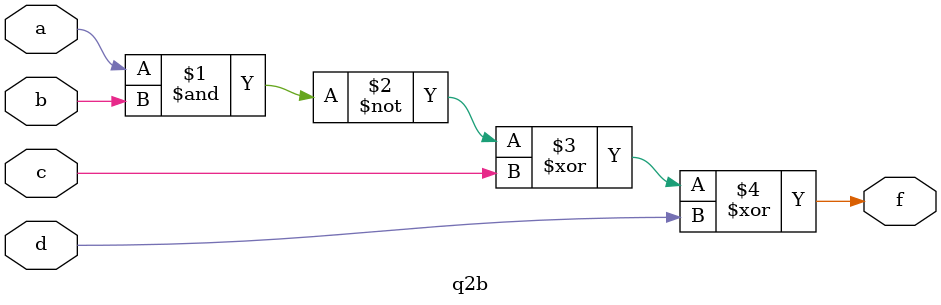
<source format=v>
module q2b(a,b,c,d,f);
input a,b,c,d;
output f;
assign f=(~(a&b))^c^d;
assign g=~(b|c|d);
endmodule

</source>
